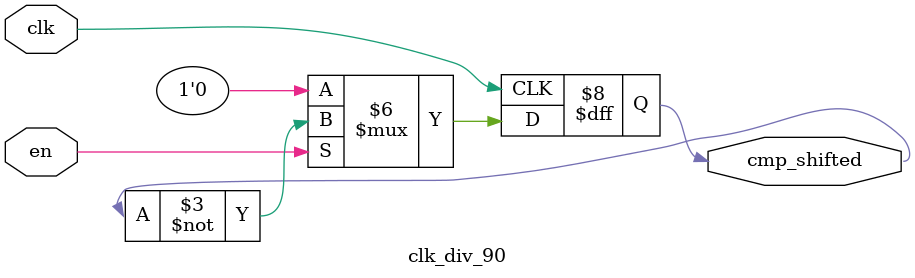
<source format=v>
module clk_div_90(en, clk, cmp_shifted);

input en, clk;
output reg cmp_shifted;

initial begin
    cmp_shifted <= 1'b0;
end

always @(posedge clk) begin
    if(!en) begin 
        cmp_shifted <= 1'b0;
    end
    else begin
        cmp_shifted <= ~cmp_shifted;
    end
end

endmodule

</source>
